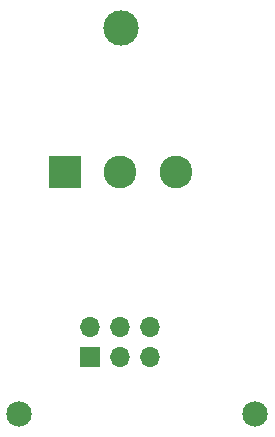
<source format=gbr>
%TF.GenerationSoftware,KiCad,Pcbnew,9.0.6*%
%TF.CreationDate,2025-12-02T17:46:32-08:00*%
%TF.ProjectId,xmas advent 2025,786d6173-2061-4647-9665-6e7420323032,rev?*%
%TF.SameCoordinates,Original*%
%TF.FileFunction,Soldermask,Bot*%
%TF.FilePolarity,Negative*%
%FSLAX46Y46*%
G04 Gerber Fmt 4.6, Leading zero omitted, Abs format (unit mm)*
G04 Created by KiCad (PCBNEW 9.0.6) date 2025-12-02 17:46:32*
%MOMM*%
%LPD*%
G01*
G04 APERTURE LIST*
%ADD10R,1.700000X1.700000*%
%ADD11O,1.700000X1.700000*%
%ADD12C,3.000000*%
%ADD13R,2.775000X2.775000*%
%ADD14C,2.775000*%
%ADD15C,2.153200*%
G04 APERTURE END LIST*
D10*
%TO.C,J2*%
X93726000Y-82804000D03*
D11*
X93726000Y-80264000D03*
X96266000Y-82804000D03*
X96266000Y-80264000D03*
X98806000Y-82804000D03*
X98806000Y-80264000D03*
%TD*%
D12*
%TO.C,H1*%
X96284101Y-54926249D03*
%TD*%
D13*
%TO.C,SW1*%
X91566000Y-67183000D03*
D14*
X96266000Y-67183000D03*
X100966000Y-67183000D03*
%TD*%
D15*
%TO.C,BT1*%
X107696000Y-87630000D03*
X87696000Y-87630000D03*
%TD*%
M02*

</source>
